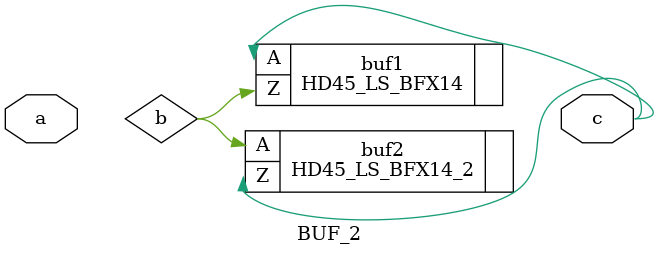
<source format=v>
module BUF_2 (a, c);
input a ; 
output  c;
wire b;
HD45_LS_BFX14 buf1 (.Z(b), .A(c));
HD45_LS_BFX14_2 buf2 (.Z(c), .A(b));
endmodule 

</source>
